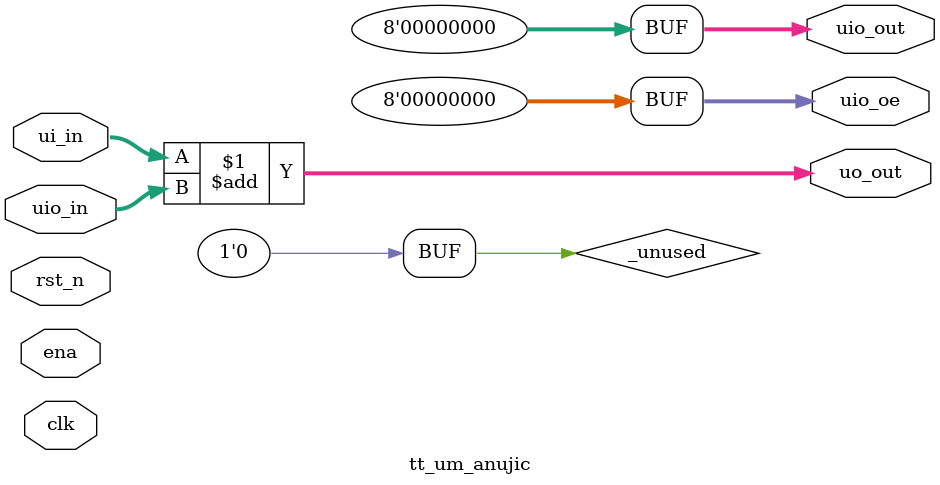
<source format=v>
/*
 * Copyright (c) 2024 Angelo Nujic
 * SPDX-License-Identifier: Apache-2.0
 */

`default_nettype none

module tt_um_anujic (
    input  wire [7:0] ui_in,    // Dedicated inputs
    output wire [7:0] uo_out,   // Dedicated outputs
    input  wire [7:0] uio_in,   // IOs: Input path
    output wire [7:0] uio_out,  // IOs: Output path
    output wire [7:0] uio_oe,   // IOs: Enable path (active high: 0=input, 1=output)
    input  wire       ena,      // always 1 when the design is powered, so you can ignore it
    input  wire       clk,      // clock
    input  wire       rst_n     // reset_n - low to reset
);

  // All output pins must be assigned. If not used, assign to 0.
  assign uo_out  = ui_in + uio_in;  // Example: ou_out is the sum of ui_in and uio_in
  assign uio_out = 0;
  assign uio_oe  = 0;

  // List all unused inputs to prevent warnings
  wire _unused = &{ena, clk, rst_n, 1'b0};

endmodule

</source>
